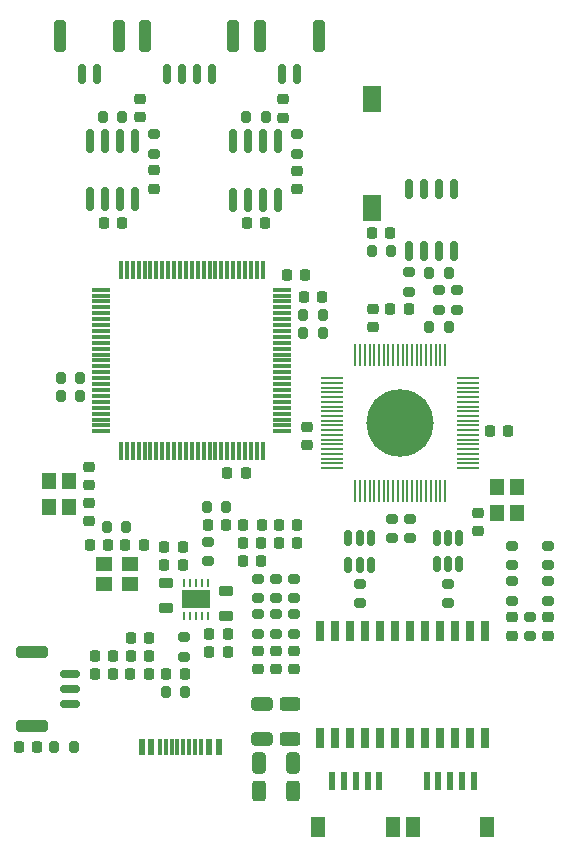
<source format=gbr>
%TF.GenerationSoftware,KiCad,Pcbnew,(6.0.1)*%
%TF.CreationDate,2023-04-01T17:19:45+08:00*%
%TF.ProjectId,EtherCAT2XXX,45746865-7243-4415-9432-5858582e6b69,rev?*%
%TF.SameCoordinates,Original*%
%TF.FileFunction,Paste,Top*%
%TF.FilePolarity,Positive*%
%FSLAX46Y46*%
G04 Gerber Fmt 4.6, Leading zero omitted, Abs format (unit mm)*
G04 Created by KiCad (PCBNEW (6.0.1)) date 2023-04-01 17:19:45*
%MOMM*%
%LPD*%
G01*
G04 APERTURE LIST*
G04 Aperture macros list*
%AMRoundRect*
0 Rectangle with rounded corners*
0 $1 Rounding radius*
0 $2 $3 $4 $5 $6 $7 $8 $9 X,Y pos of 4 corners*
0 Add a 4 corners polygon primitive as box body*
4,1,4,$2,$3,$4,$5,$6,$7,$8,$9,$2,$3,0*
0 Add four circle primitives for the rounded corners*
1,1,$1+$1,$2,$3*
1,1,$1+$1,$4,$5*
1,1,$1+$1,$6,$7*
1,1,$1+$1,$8,$9*
0 Add four rect primitives between the rounded corners*
20,1,$1+$1,$2,$3,$4,$5,0*
20,1,$1+$1,$4,$5,$6,$7,0*
20,1,$1+$1,$6,$7,$8,$9,0*
20,1,$1+$1,$8,$9,$2,$3,0*%
G04 Aperture macros list end*
%ADD10RoundRect,0.200000X0.200000X0.275000X-0.200000X0.275000X-0.200000X-0.275000X0.200000X-0.275000X0*%
%ADD11RoundRect,0.200000X0.275000X-0.200000X0.275000X0.200000X-0.275000X0.200000X-0.275000X-0.200000X0*%
%ADD12RoundRect,0.150000X-0.150000X0.675000X-0.150000X-0.675000X0.150000X-0.675000X0.150000X0.675000X0*%
%ADD13RoundRect,0.200000X-0.200000X-0.275000X0.200000X-0.275000X0.200000X0.275000X-0.200000X0.275000X0*%
%ADD14RoundRect,0.250000X-0.625000X0.312500X-0.625000X-0.312500X0.625000X-0.312500X0.625000X0.312500X0*%
%ADD15RoundRect,0.225000X0.250000X-0.225000X0.250000X0.225000X-0.250000X0.225000X-0.250000X-0.225000X0*%
%ADD16RoundRect,0.218750X-0.381250X0.218750X-0.381250X-0.218750X0.381250X-0.218750X0.381250X0.218750X0*%
%ADD17RoundRect,0.218750X0.381250X-0.218750X0.381250X0.218750X-0.381250X0.218750X-0.381250X-0.218750X0*%
%ADD18RoundRect,0.225000X-0.225000X-0.250000X0.225000X-0.250000X0.225000X0.250000X-0.225000X0.250000X0*%
%ADD19RoundRect,0.225000X0.225000X0.250000X-0.225000X0.250000X-0.225000X-0.250000X0.225000X-0.250000X0*%
%ADD20RoundRect,0.250000X-0.312500X-0.625000X0.312500X-0.625000X0.312500X0.625000X-0.312500X0.625000X0*%
%ADD21RoundRect,0.250000X0.650000X-0.325000X0.650000X0.325000X-0.650000X0.325000X-0.650000X-0.325000X0*%
%ADD22RoundRect,0.200000X-0.275000X0.200000X-0.275000X-0.200000X0.275000X-0.200000X0.275000X0.200000X0*%
%ADD23R,1.200000X1.400000*%
%ADD24RoundRect,0.150000X-0.150000X0.512500X-0.150000X-0.512500X0.150000X-0.512500X0.150000X0.512500X0*%
%ADD25R,1.600000X2.180000*%
%ADD26RoundRect,0.150000X0.150000X-0.825000X0.150000X0.825000X-0.150000X0.825000X-0.150000X-0.825000X0*%
%ADD27RoundRect,0.218750X0.218750X0.256250X-0.218750X0.256250X-0.218750X-0.256250X0.218750X-0.256250X0*%
%ADD28RoundRect,0.218750X0.256250X-0.218750X0.256250X0.218750X-0.256250X0.218750X-0.256250X-0.218750X0*%
%ADD29RoundRect,0.150000X0.150000X0.700000X-0.150000X0.700000X-0.150000X-0.700000X0.150000X-0.700000X0*%
%ADD30RoundRect,0.250000X0.250000X1.100000X-0.250000X1.100000X-0.250000X-1.100000X0.250000X-1.100000X0*%
%ADD31RoundRect,0.225000X-0.250000X0.225000X-0.250000X-0.225000X0.250000X-0.225000X0.250000X0.225000X0*%
%ADD32R,1.400000X1.200000*%
%ADD33R,0.280000X0.665000*%
%ADD34R,2.475000X1.625000*%
%ADD35R,0.760000X1.700000*%
%ADD36RoundRect,0.150000X-0.700000X0.150000X-0.700000X-0.150000X0.700000X-0.150000X0.700000X0.150000X0*%
%ADD37RoundRect,0.250000X-1.100000X0.250000X-1.100000X-0.250000X1.100000X-0.250000X1.100000X0.250000X0*%
%ADD38R,0.600000X1.500000*%
%ADD39R,1.200000X1.800000*%
%ADD40RoundRect,0.218750X-0.218750X-0.256250X0.218750X-0.256250X0.218750X0.256250X-0.218750X0.256250X0*%
%ADD41R,0.600000X1.450000*%
%ADD42R,0.300000X1.450000*%
%ADD43RoundRect,0.075000X0.075000X-0.725000X0.075000X0.725000X-0.075000X0.725000X-0.075000X-0.725000X0*%
%ADD44RoundRect,0.075000X0.725000X-0.075000X0.725000X0.075000X-0.725000X0.075000X-0.725000X-0.075000X0*%
%ADD45O,2.000000X0.220000*%
%ADD46O,0.220000X2.000000*%
%ADD47O,5.700000X5.700000*%
%ADD48RoundRect,0.250000X-0.325000X-0.650000X0.325000X-0.650000X0.325000X0.650000X-0.325000X0.650000X0*%
G04 APERTURE END LIST*
D10*
%TO.C,R49*%
X32225000Y50210000D03*
X30575000Y50210000D03*
%TD*%
D11*
%TO.C,R25*%
X12160000Y58455000D03*
X12160000Y60105000D03*
%TD*%
D12*
%TO.C,U9*%
X37545000Y55445000D03*
X36275000Y55445000D03*
X35005000Y55445000D03*
X33735000Y55445000D03*
X33735000Y50195000D03*
X35005000Y50195000D03*
X36275000Y50195000D03*
X37545000Y50195000D03*
%TD*%
D13*
%TO.C,R6*%
X13150000Y12890000D03*
X14800000Y12890000D03*
%TD*%
D14*
%TO.C,R8*%
X23656665Y11849151D03*
X23656665Y8924151D03*
%TD*%
D15*
%TO.C,C29*%
X10940000Y61535000D03*
X10940000Y63085000D03*
%TD*%
D16*
%TO.C,L3*%
X13190000Y22122500D03*
X13190000Y19997500D03*
%TD*%
D17*
%TO.C,L2*%
X18250000Y19307500D03*
X18250000Y21432500D03*
%TD*%
D18*
%TO.C,C38*%
X18365000Y31440000D03*
X19915000Y31440000D03*
%TD*%
D19*
%TO.C,C30*%
X21565000Y52550000D03*
X20015000Y52550000D03*
%TD*%
D20*
%TO.C,R11*%
X21021665Y4509151D03*
X23946665Y4509151D03*
%TD*%
D21*
%TO.C,C19*%
X21326665Y8901651D03*
X21326665Y11851651D03*
%TD*%
D22*
%TO.C,R18*%
X45510000Y22253750D03*
X45510000Y20603750D03*
%TD*%
D18*
%TO.C,C17*%
X22725000Y27030000D03*
X24275000Y27030000D03*
%TD*%
D23*
%TO.C,Y2*%
X3285000Y30740000D03*
X3285000Y28540000D03*
X4985000Y28540000D03*
X4985000Y30740000D03*
%TD*%
D24*
%TO.C,U3*%
X37991665Y25954151D03*
X37041665Y25954151D03*
X36091665Y25954151D03*
X36091665Y23679151D03*
X37041665Y23679151D03*
X37991665Y23679151D03*
%TD*%
D25*
%TO.C,SW1*%
X30620000Y63070000D03*
X30620000Y53890000D03*
%TD*%
D18*
%TO.C,C5*%
X13040000Y23610000D03*
X14590000Y23610000D03*
%TD*%
D26*
%TO.C,U6*%
X6765000Y54585000D03*
X8035000Y54585000D03*
X9305000Y54585000D03*
X10575000Y54585000D03*
X10575000Y59535000D03*
X9305000Y59535000D03*
X8035000Y59535000D03*
X6765000Y59535000D03*
%TD*%
D18*
%TO.C,C15*%
X22720000Y25510000D03*
X24270000Y25510000D03*
%TD*%
%TO.C,C12*%
X10185000Y17450000D03*
X11735000Y17450000D03*
%TD*%
D22*
%TO.C,R28*%
X37790000Y46885000D03*
X37790000Y45235000D03*
%TD*%
D11*
%TO.C,R9*%
X37051665Y20401651D03*
X37051665Y22051651D03*
%TD*%
%TO.C,R36*%
X20950000Y17795000D03*
X20950000Y19445000D03*
%TD*%
D27*
%TO.C,FB2*%
X11742500Y14400000D03*
X10167500Y14400000D03*
%TD*%
D28*
%TO.C,D7*%
X20950000Y14812500D03*
X20950000Y16387500D03*
%TD*%
D18*
%TO.C,C8*%
X13040000Y25130000D03*
X14590000Y25130000D03*
%TD*%
D22*
%TO.C,R35*%
X23990000Y22465000D03*
X23990000Y20815000D03*
%TD*%
D19*
%TO.C,C50*%
X24975000Y48200000D03*
X23425000Y48200000D03*
%TD*%
D29*
%TO.C,J5*%
X24265000Y65220000D03*
X23015000Y65220000D03*
D30*
X21165000Y68420000D03*
X26115000Y68420000D03*
%TD*%
D22*
%TO.C,R31*%
X33850000Y27545000D03*
X33850000Y25895000D03*
%TD*%
D31*
%TO.C,C55*%
X6625000Y28910000D03*
X6625000Y27360000D03*
%TD*%
D11*
%TO.C,R19*%
X43980000Y17583750D03*
X43980000Y19233750D03*
%TD*%
D19*
%TO.C,C7*%
X18395000Y17830000D03*
X16845000Y17830000D03*
%TD*%
%TO.C,C34*%
X33730000Y45310000D03*
X32180000Y45310000D03*
%TD*%
D29*
%TO.C,J7*%
X17035000Y65220000D03*
X15785000Y65220000D03*
X14535000Y65220000D03*
X13285000Y65220000D03*
D30*
X11435000Y68420000D03*
X18885000Y68420000D03*
%TD*%
D13*
%TO.C,R27*%
X19955000Y61530000D03*
X21605000Y61530000D03*
%TD*%
D22*
%TO.C,R33*%
X20950000Y22465000D03*
X20950000Y20815000D03*
%TD*%
D15*
%TO.C,C31*%
X23060000Y61515000D03*
X23060000Y63065000D03*
%TD*%
D28*
%TO.C,D8*%
X22470000Y14812500D03*
X22470000Y16387500D03*
%TD*%
%TO.C,D9*%
X23990000Y14812500D03*
X23990000Y16387500D03*
%TD*%
D11*
%TO.C,R37*%
X22470000Y17795000D03*
X22470000Y19445000D03*
%TD*%
D22*
%TO.C,R32*%
X32330000Y27545000D03*
X32330000Y25895000D03*
%TD*%
D19*
%TO.C,C32*%
X9435000Y52570000D03*
X7885000Y52570000D03*
%TD*%
D32*
%TO.C,Y1*%
X7890000Y21990000D03*
X10090000Y21990000D03*
X10090000Y23690000D03*
X7890000Y23690000D03*
%TD*%
D13*
%TO.C,R29*%
X35445000Y43790000D03*
X37095000Y43790000D03*
%TD*%
D33*
%TO.C,U2*%
X16720000Y22121750D03*
X16220000Y22121750D03*
X15720000Y22121750D03*
X15220000Y22121750D03*
X14720000Y22121750D03*
X14720000Y19307750D03*
X15220000Y19307750D03*
X15720000Y19307750D03*
X16220000Y19307750D03*
X16720000Y19307750D03*
D34*
X15720000Y20714750D03*
%TD*%
D11*
%TO.C,R39*%
X42450000Y23625000D03*
X42450000Y25275000D03*
%TD*%
D35*
%TO.C,L4*%
X26246665Y9006651D03*
X27516665Y9006651D03*
X28786665Y9006651D03*
X30056665Y9006651D03*
X31326665Y9006651D03*
X32596665Y9006651D03*
X33866665Y9006651D03*
X35136665Y9006651D03*
X36406665Y9006651D03*
X37676665Y9006651D03*
X38946665Y9006651D03*
X40216665Y9006651D03*
X40216665Y18056651D03*
X38946665Y18056651D03*
X37676665Y18056651D03*
X36406665Y18056651D03*
X35136665Y18056651D03*
X33866665Y18056651D03*
X32596665Y18056651D03*
X31326665Y18056651D03*
X30056665Y18056651D03*
X28786665Y18056651D03*
X27516665Y18056651D03*
X26246665Y18056651D03*
%TD*%
D36*
%TO.C,J6*%
X5030000Y14390000D03*
X5030000Y13140000D03*
X5030000Y11890000D03*
D37*
X1830000Y10040000D03*
X1830000Y16240000D03*
%TD*%
D13*
%TO.C,R47*%
X24805000Y44780000D03*
X26455000Y44780000D03*
%TD*%
D18*
%TO.C,C44*%
X40575000Y34950000D03*
X42125000Y34950000D03*
%TD*%
D28*
%TO.C,D1*%
X42450000Y17623750D03*
X42450000Y19198750D03*
%TD*%
D38*
%TO.C,CN1*%
X39234165Y5359151D03*
X38234165Y5359151D03*
X37234165Y5359151D03*
X36234165Y5359151D03*
X35234165Y5359151D03*
D39*
X34084165Y1459151D03*
X40384165Y1459151D03*
%TD*%
D24*
%TO.C,U4*%
X30511665Y25951651D03*
X29561665Y25951651D03*
X28611665Y25951651D03*
X28611665Y23676651D03*
X29561665Y23676651D03*
X30511665Y23676651D03*
%TD*%
D19*
%TO.C,C54*%
X32175000Y51730000D03*
X30625000Y51730000D03*
%TD*%
%TO.C,C13*%
X21250000Y25510000D03*
X19700000Y25510000D03*
%TD*%
D23*
%TO.C,X1*%
X42890000Y28070000D03*
X42890000Y30270000D03*
X41190000Y30270000D03*
X41190000Y28070000D03*
%TD*%
D13*
%TO.C,R26*%
X7835000Y61560000D03*
X9485000Y61560000D03*
%TD*%
D31*
%TO.C,C46*%
X39550000Y28065000D03*
X39550000Y26515000D03*
%TD*%
D22*
%TO.C,R17*%
X42450000Y22256250D03*
X42450000Y20606250D03*
%TD*%
D19*
%TO.C,C9*%
X18240000Y27030000D03*
X16690000Y27030000D03*
%TD*%
%TO.C,C18*%
X8710000Y14410000D03*
X7160000Y14410000D03*
%TD*%
D26*
%TO.C,U7*%
X18885000Y54565000D03*
X20155000Y54565000D03*
X21425000Y54565000D03*
X22695000Y54565000D03*
X22695000Y59515000D03*
X21425000Y59515000D03*
X20155000Y59515000D03*
X18885000Y59515000D03*
%TD*%
D19*
%TO.C,C10*%
X14750000Y14410000D03*
X13200000Y14410000D03*
%TD*%
D15*
%TO.C,C56*%
X6625000Y30380000D03*
X6625000Y31930000D03*
%TD*%
D40*
%TO.C,D4*%
X700000Y8240000D03*
X2275000Y8240000D03*
%TD*%
D11*
%TO.C,R10*%
X29556665Y20399151D03*
X29556665Y22049151D03*
%TD*%
D10*
%TO.C,R46*%
X5925000Y39470000D03*
X4275000Y39470000D03*
%TD*%
D38*
%TO.C,CN2*%
X31234165Y5359151D03*
X30234165Y5359151D03*
X29234165Y5359151D03*
X28234165Y5359151D03*
X27234165Y5359151D03*
D39*
X26084165Y1459151D03*
X32384165Y1459151D03*
%TD*%
D18*
%TO.C,C14*%
X10185000Y15930000D03*
X11735000Y15930000D03*
%TD*%
%TO.C,C63*%
X24855000Y46310000D03*
X26405000Y46310000D03*
%TD*%
D19*
%TO.C,C16*%
X8710000Y15930000D03*
X7160000Y15930000D03*
%TD*%
D22*
%TO.C,R5*%
X16715000Y25585000D03*
X16715000Y23935000D03*
%TD*%
D31*
%TO.C,C35*%
X25070000Y35315000D03*
X25070000Y33765000D03*
%TD*%
D22*
%TO.C,R42*%
X33730000Y48405000D03*
X33730000Y46755000D03*
%TD*%
%TO.C,R43*%
X36270000Y46885000D03*
X36270000Y45235000D03*
%TD*%
D10*
%TO.C,R48*%
X26455000Y43260000D03*
X24805000Y43260000D03*
%TD*%
D15*
%TO.C,C33*%
X30690000Y43795000D03*
X30690000Y45345000D03*
%TD*%
D28*
%TO.C,D6*%
X12160000Y55462500D03*
X12160000Y57037500D03*
%TD*%
D22*
%TO.C,R34*%
X22470000Y22465000D03*
X22470000Y20815000D03*
%TD*%
D29*
%TO.C,J4*%
X7305000Y65210000D03*
X6055000Y65210000D03*
D30*
X4205000Y68410000D03*
X9155000Y68410000D03*
%TD*%
D13*
%TO.C,R23*%
X3692500Y8240000D03*
X5342500Y8240000D03*
%TD*%
D40*
%TO.C,FB1*%
X19692500Y27030000D03*
X21267500Y27030000D03*
%TD*%
D11*
%TO.C,R24*%
X24280000Y58435000D03*
X24280000Y60085000D03*
%TD*%
D41*
%TO.C,J8*%
X11145000Y8245000D03*
X11945000Y8245000D03*
D42*
X13145000Y8245000D03*
X14145000Y8245000D03*
X14645000Y8245000D03*
X15645000Y8245000D03*
D41*
X16845000Y8245000D03*
X17645000Y8245000D03*
X17645000Y8245000D03*
X16845000Y8245000D03*
D42*
X16145000Y8245000D03*
X15145000Y8245000D03*
X13645000Y8245000D03*
X12645000Y8245000D03*
D41*
X11945000Y8245000D03*
X11145000Y8245000D03*
%TD*%
D11*
%TO.C,R7*%
X14725000Y15855000D03*
X14725000Y17505000D03*
%TD*%
D10*
%TO.C,R4*%
X18290000Y28550000D03*
X16640000Y28550000D03*
%TD*%
%TO.C,R41*%
X37095000Y48330000D03*
X35445000Y48330000D03*
%TD*%
D43*
%TO.C,U5*%
X9360000Y33275000D03*
X9860000Y33275000D03*
X10360000Y33275000D03*
X10860000Y33275000D03*
X11360000Y33275000D03*
X11860000Y33275000D03*
X12360000Y33275000D03*
X12860000Y33275000D03*
X13360000Y33275000D03*
X13860000Y33275000D03*
X14360000Y33275000D03*
X14860000Y33275000D03*
X15360000Y33275000D03*
X15860000Y33275000D03*
X16360000Y33275000D03*
X16860000Y33275000D03*
X17360000Y33275000D03*
X17860000Y33275000D03*
X18360000Y33275000D03*
X18860000Y33275000D03*
X19360000Y33275000D03*
X19860000Y33275000D03*
X20360000Y33275000D03*
X20860000Y33275000D03*
X21360000Y33275000D03*
D44*
X23035000Y34950000D03*
X23035000Y35450000D03*
X23035000Y35950000D03*
X23035000Y36450000D03*
X23035000Y36950000D03*
X23035000Y37450000D03*
X23035000Y37950000D03*
X23035000Y38450000D03*
X23035000Y38950000D03*
X23035000Y39450000D03*
X23035000Y39950000D03*
X23035000Y40450000D03*
X23035000Y40950000D03*
X23035000Y41450000D03*
X23035000Y41950000D03*
X23035000Y42450000D03*
X23035000Y42950000D03*
X23035000Y43450000D03*
X23035000Y43950000D03*
X23035000Y44450000D03*
X23035000Y44950000D03*
X23035000Y45450000D03*
X23035000Y45950000D03*
X23035000Y46450000D03*
X23035000Y46950000D03*
D43*
X21360000Y48625000D03*
X20860000Y48625000D03*
X20360000Y48625000D03*
X19860000Y48625000D03*
X19360000Y48625000D03*
X18860000Y48625000D03*
X18360000Y48625000D03*
X17860000Y48625000D03*
X17360000Y48625000D03*
X16860000Y48625000D03*
X16360000Y48625000D03*
X15860000Y48625000D03*
X15360000Y48625000D03*
X14860000Y48625000D03*
X14360000Y48625000D03*
X13860000Y48625000D03*
X13360000Y48625000D03*
X12860000Y48625000D03*
X12360000Y48625000D03*
X11860000Y48625000D03*
X11360000Y48625000D03*
X10860000Y48625000D03*
X10360000Y48625000D03*
X9860000Y48625000D03*
X9360000Y48625000D03*
D44*
X7685000Y46950000D03*
X7685000Y46450000D03*
X7685000Y45950000D03*
X7685000Y45450000D03*
X7685000Y44950000D03*
X7685000Y44450000D03*
X7685000Y43950000D03*
X7685000Y43450000D03*
X7685000Y42950000D03*
X7685000Y42450000D03*
X7685000Y41950000D03*
X7685000Y41450000D03*
X7685000Y40950000D03*
X7685000Y40450000D03*
X7685000Y39950000D03*
X7685000Y39450000D03*
X7685000Y38950000D03*
X7685000Y38450000D03*
X7685000Y37950000D03*
X7685000Y37450000D03*
X7685000Y36950000D03*
X7685000Y36450000D03*
X7685000Y35950000D03*
X7685000Y35450000D03*
X7685000Y34950000D03*
%TD*%
D19*
%TO.C,C28*%
X8255000Y25330000D03*
X6705000Y25330000D03*
%TD*%
D18*
%TO.C,C27*%
X9725000Y25330000D03*
X11275000Y25330000D03*
%TD*%
D19*
%TO.C,C11*%
X21250000Y23990000D03*
X19700000Y23990000D03*
%TD*%
D45*
%TO.C,U8*%
X27255000Y39450000D03*
X27255000Y39050000D03*
X27255000Y38650000D03*
X27255000Y38250000D03*
X27255000Y37850000D03*
X27255000Y37450000D03*
X27255000Y37050000D03*
X27255000Y36650000D03*
X27255000Y36250000D03*
X27255000Y35850000D03*
X27255000Y35450000D03*
X27255000Y35050000D03*
X27255000Y34650000D03*
X27255000Y34250000D03*
X27255000Y33850000D03*
X27255000Y33450000D03*
X27255000Y33050000D03*
X27255000Y32650000D03*
X27255000Y32250000D03*
X27255000Y31850000D03*
D46*
X29205000Y29900000D03*
X29605000Y29900000D03*
X30005000Y29900000D03*
X30405000Y29900000D03*
X30805000Y29900000D03*
X31205000Y29900000D03*
X31605000Y29900000D03*
X32005000Y29900000D03*
X32405000Y29900000D03*
X32805000Y29900000D03*
X33205000Y29900000D03*
X33605000Y29900000D03*
X34005000Y29900000D03*
X34405000Y29900000D03*
X34805000Y29900000D03*
X35205000Y29900000D03*
X35605000Y29900000D03*
X36005000Y29900000D03*
X36405000Y29900000D03*
X36805000Y29900000D03*
D45*
X38755000Y31850000D03*
X38755000Y32250000D03*
X38755000Y32650000D03*
X38755000Y33050000D03*
X38755000Y33450000D03*
X38755000Y33850000D03*
X38755000Y34250000D03*
X38755000Y34650000D03*
X38755000Y35050000D03*
X38755000Y35450000D03*
X38755000Y35850000D03*
X38755000Y36250000D03*
X38755000Y36650000D03*
X38755000Y37050000D03*
X38755000Y37450000D03*
X38755000Y37850000D03*
X38755000Y38250000D03*
X38755000Y38650000D03*
X38755000Y39050000D03*
X38755000Y39450000D03*
D46*
X36805000Y41400000D03*
X36405000Y41400000D03*
X36005000Y41400000D03*
X35605000Y41400000D03*
X35205000Y41400000D03*
X34805000Y41400000D03*
X34405000Y41400000D03*
X34005000Y41400000D03*
X33605000Y41400000D03*
X33205000Y41400000D03*
X32805000Y41400000D03*
X32405000Y41400000D03*
X32005000Y41400000D03*
X31605000Y41400000D03*
X31205000Y41400000D03*
X30805000Y41400000D03*
X30405000Y41400000D03*
X30005000Y41400000D03*
X29605000Y41400000D03*
X29205000Y41400000D03*
D47*
X33005000Y35650000D03*
%TD*%
D13*
%TO.C,R44*%
X4275000Y37950000D03*
X5925000Y37950000D03*
%TD*%
D11*
%TO.C,R38*%
X23990000Y17795000D03*
X23990000Y19445000D03*
%TD*%
D13*
%TO.C,R50*%
X8155000Y26860000D03*
X9805000Y26860000D03*
%TD*%
D28*
%TO.C,D2*%
X45510000Y17621250D03*
X45510000Y19196250D03*
%TD*%
D11*
%TO.C,R40*%
X45510000Y23635000D03*
X45510000Y25285000D03*
%TD*%
D28*
%TO.C,D5*%
X24280000Y55442500D03*
X24280000Y57017500D03*
%TD*%
D48*
%TO.C,C20*%
X21009165Y6849151D03*
X23959165Y6849151D03*
%TD*%
D19*
%TO.C,C6*%
X18395000Y16310000D03*
X16845000Y16310000D03*
%TD*%
M02*

</source>
